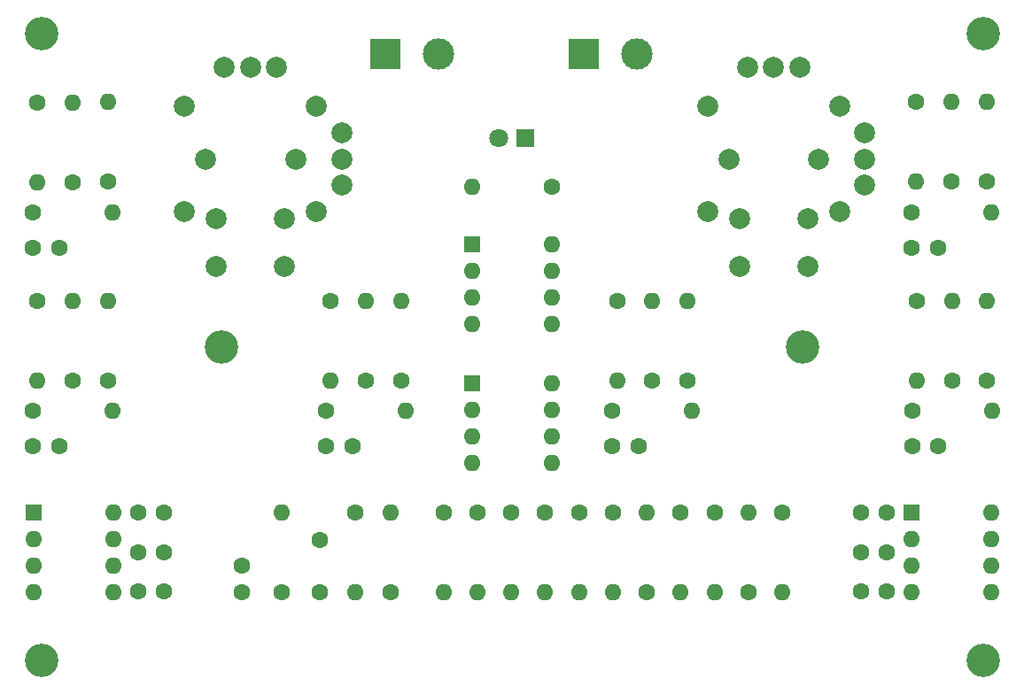
<source format=gbs>
%TF.GenerationSoftware,KiCad,Pcbnew,8.0.7*%
%TF.CreationDate,2024-12-30T22:27:32+09:00*%
%TF.ProjectId,sound_remocon,736f756e-645f-4726-956d-6f636f6e2e6b,rev?*%
%TF.SameCoordinates,Original*%
%TF.FileFunction,Soldermask,Bot*%
%TF.FilePolarity,Negative*%
%FSLAX46Y46*%
G04 Gerber Fmt 4.6, Leading zero omitted, Abs format (unit mm)*
G04 Created by KiCad (PCBNEW 8.0.7) date 2024-12-30 22:27:32*
%MOMM*%
%LPD*%
G01*
G04 APERTURE LIST*
%ADD10C,1.600000*%
%ADD11O,1.600000X1.600000*%
%ADD12C,3.200000*%
%ADD13R,1.600000X1.600000*%
%ADD14C,2.000000*%
%ADD15R,3.000000X3.000000*%
%ADD16C,3.000000*%
%ADD17R,1.800000X1.800000*%
%ADD18C,1.800000*%
G04 APERTURE END LIST*
D10*
%TO.C,Rlx2*%
X28000000Y-39210000D03*
D11*
X28000000Y-31590000D03*
%TD*%
D10*
%TO.C,Crs1*%
X79590000Y-64470000D03*
X82090000Y-64470000D03*
%TD*%
%TO.C,Rled1*%
X73800000Y-39700000D03*
D11*
X66180000Y-39700000D03*
%TD*%
D10*
%TO.C,Rrx3*%
X115360000Y-39200000D03*
D11*
X115360000Y-31580000D03*
%TD*%
D10*
%TO.C,Rout2*%
X55000000Y-70800000D03*
D11*
X55000000Y-78420000D03*
%TD*%
D10*
%TO.C,Rry3*%
X115400000Y-58210000D03*
D11*
X115400000Y-50590000D03*
%TD*%
D10*
%TO.C,Rna2*%
X95840000Y-70800000D03*
D11*
X95840000Y-78420000D03*
%TD*%
D10*
%TO.C,C1*%
X105820000Y-70800000D03*
X103320000Y-70800000D03*
%TD*%
%TO.C,Rrs3*%
X86760000Y-58200000D03*
D11*
X86760000Y-50580000D03*
%TD*%
D10*
%TO.C,Rly2*%
X28000000Y-58200000D03*
D11*
X28000000Y-50580000D03*
%TD*%
D10*
%TO.C,Rrx1*%
X108640000Y-31580000D03*
D11*
X108640000Y-39200000D03*
%TD*%
D10*
%TO.C,Cry1*%
X108230000Y-64480000D03*
X110730000Y-64480000D03*
%TD*%
%TO.C,Rrs2*%
X83400000Y-58200000D03*
D11*
X83400000Y-50580000D03*
%TD*%
D12*
%TO.C,REF\u002A\u002A*%
X115000000Y-25000000D03*
%TD*%
D10*
%TO.C,Cls1*%
X52230000Y-64470000D03*
X54730000Y-64470000D03*
%TD*%
%TO.C,Rrs4*%
X79590000Y-61090000D03*
D11*
X87210000Y-61090000D03*
%TD*%
D10*
%TO.C,C4*%
X34240000Y-70800000D03*
X36740000Y-70800000D03*
%TD*%
%TO.C,C2*%
X105820000Y-74600000D03*
X103320000Y-74600000D03*
%TD*%
%TO.C,Rly1*%
X24640000Y-50580000D03*
D11*
X24640000Y-58200000D03*
%TD*%
D13*
%TO.C,U3*%
X66200000Y-45200000D03*
D11*
X66200000Y-47740000D03*
X66200000Y-50280000D03*
X66200000Y-52820000D03*
X73820000Y-52820000D03*
X73820000Y-50280000D03*
X73820000Y-47740000D03*
X73820000Y-45200000D03*
%TD*%
D10*
%TO.C,Rry1*%
X108680000Y-50590000D03*
D11*
X108680000Y-58210000D03*
%TD*%
D13*
%TO.C,U4*%
X66200000Y-58500000D03*
D11*
X66200000Y-61040000D03*
X66200000Y-63580000D03*
X66200000Y-66120000D03*
X73820000Y-66120000D03*
X73820000Y-63580000D03*
X73820000Y-61040000D03*
X73820000Y-58500000D03*
%TD*%
D10*
%TO.C,C3*%
X105820000Y-78400000D03*
X103320000Y-78400000D03*
%TD*%
D13*
%TO.C,U1*%
X108200000Y-70800000D03*
D11*
X108200000Y-73340000D03*
X108200000Y-75880000D03*
X108200000Y-78420000D03*
X115820000Y-78420000D03*
X115820000Y-75880000D03*
X115820000Y-73340000D03*
X115820000Y-70800000D03*
%TD*%
D10*
%TO.C,Rlpf1*%
X48000000Y-78420000D03*
D11*
X48000000Y-70800000D03*
%TD*%
D12*
%TO.C,REF\u002A\u002A*%
X42200000Y-55000000D03*
%TD*%
D10*
%TO.C,Cly1*%
X24190000Y-64470000D03*
X26690000Y-64470000D03*
%TD*%
%TO.C,Rmx1*%
X82880000Y-78420000D03*
D11*
X82880000Y-70800000D03*
%TD*%
D10*
%TO.C,Rrs1*%
X80040000Y-50580000D03*
D11*
X80040000Y-58200000D03*
%TD*%
D12*
%TO.C,REF\u002A\u002A*%
X25000000Y-25000000D03*
%TD*%
D10*
%TO.C,Clpf1*%
X44200000Y-75920000D03*
X44200000Y-78420000D03*
%TD*%
D12*
%TO.C,REF\u002A\u002A*%
X97800000Y-55000000D03*
%TD*%
D10*
%TO.C,Clx1*%
X24190000Y-45470000D03*
X26690000Y-45470000D03*
%TD*%
%TO.C,C6*%
X34240000Y-78400000D03*
X36740000Y-78400000D03*
%TD*%
%TO.C,Rls2*%
X56040000Y-58200000D03*
D11*
X56040000Y-50580000D03*
%TD*%
D10*
%TO.C,Rlx4*%
X24190000Y-42090000D03*
D11*
X31810000Y-42090000D03*
%TD*%
D10*
%TO.C,Rls4*%
X52230000Y-61090000D03*
D11*
X59850000Y-61090000D03*
%TD*%
D10*
%TO.C,R5*%
X66680000Y-70800000D03*
D11*
X66680000Y-78420000D03*
%TD*%
D14*
%TO.C,JoyStick Left*%
X40700000Y-37000000D03*
X49300000Y-37000000D03*
X47500000Y-28270000D03*
X45000000Y-28270000D03*
X42500000Y-28270000D03*
X53730000Y-39500000D03*
X53730000Y-37000000D03*
X53730000Y-34500000D03*
X41750000Y-42750000D03*
X41750000Y-47250000D03*
X48250000Y-42750000D03*
X48250000Y-47250000D03*
X38675000Y-32000000D03*
X38675000Y-42000000D03*
X51325000Y-32000000D03*
X51325000Y-42000000D03*
%TD*%
D10*
%TO.C,Rna1*%
X92600000Y-78420000D03*
D11*
X92600000Y-70800000D03*
%TD*%
D15*
%TO.C,J2*%
X76860000Y-27000000D03*
D16*
X81940000Y-27000000D03*
%TD*%
D10*
%TO.C,R1*%
X79640000Y-70800000D03*
D11*
X79640000Y-78420000D03*
%TD*%
D10*
%TO.C,Rrx4*%
X108190000Y-42090000D03*
D11*
X115810000Y-42090000D03*
%TD*%
D10*
%TO.C,Rout1*%
X58400000Y-78420000D03*
D11*
X58400000Y-70800000D03*
%TD*%
D10*
%TO.C,R3*%
X73160000Y-70800000D03*
D11*
X73160000Y-78420000D03*
%TD*%
D10*
%TO.C,Rly3*%
X31360000Y-58200000D03*
D11*
X31360000Y-50580000D03*
%TD*%
D10*
%TO.C,R6*%
X63440000Y-70800000D03*
D11*
X63440000Y-78420000D03*
%TD*%
D10*
%TO.C,Rry4*%
X108230000Y-61100000D03*
D11*
X115850000Y-61100000D03*
%TD*%
D10*
%TO.C,Rmx3*%
X89360000Y-70800000D03*
D11*
X89360000Y-78420000D03*
%TD*%
D13*
%TO.C,U2*%
X24240000Y-70800000D03*
D11*
X24240000Y-73340000D03*
X24240000Y-75880000D03*
X24240000Y-78420000D03*
X31860000Y-78420000D03*
X31860000Y-75880000D03*
X31860000Y-73340000D03*
X31860000Y-70800000D03*
%TD*%
D15*
%TO.C,J1*%
X57860000Y-27000000D03*
D16*
X62940000Y-27000000D03*
%TD*%
D12*
%TO.C,REF\u002A\u002A*%
X25000000Y-85000000D03*
%TD*%
D10*
%TO.C,Rrx2*%
X112000000Y-39200000D03*
D11*
X112000000Y-31580000D03*
%TD*%
D10*
%TO.C,Crx1*%
X108190000Y-45470000D03*
X110690000Y-45470000D03*
%TD*%
%TO.C,Rlx3*%
X31360000Y-39200000D03*
D11*
X31360000Y-31580000D03*
%TD*%
D14*
%TO.C,JoyStick Right*%
X90700000Y-37000000D03*
X99300000Y-37000000D03*
X97500000Y-28270000D03*
X95000000Y-28270000D03*
X92500000Y-28270000D03*
X103730000Y-39500000D03*
X103730000Y-37000000D03*
X103730000Y-34500000D03*
X91750000Y-42750000D03*
X91750000Y-47250000D03*
X98250000Y-42750000D03*
X98250000Y-47250000D03*
X88675000Y-32000000D03*
X88675000Y-42000000D03*
X101325000Y-32000000D03*
X101325000Y-42000000D03*
%TD*%
D10*
%TO.C,C5*%
X34240000Y-74600000D03*
X36740000Y-74600000D03*
%TD*%
D12*
%TO.C,REF\u002A\u002A*%
X115000000Y-85000000D03*
%TD*%
D10*
%TO.C,Rmx2*%
X86120000Y-70800000D03*
D11*
X86120000Y-78420000D03*
%TD*%
D17*
%TO.C,LED1*%
X71270000Y-35000000D03*
D18*
X68730000Y-35000000D03*
%TD*%
D10*
%TO.C,R2*%
X76400000Y-70800000D03*
D11*
X76400000Y-78420000D03*
%TD*%
D10*
%TO.C,Rly4*%
X24190000Y-61090000D03*
D11*
X31810000Y-61090000D03*
%TD*%
D10*
%TO.C,Rlx1*%
X24640000Y-31590000D03*
D11*
X24640000Y-39210000D03*
%TD*%
D10*
%TO.C,Rls3*%
X59400000Y-58200000D03*
D11*
X59400000Y-50580000D03*
%TD*%
D10*
%TO.C,R4*%
X69920000Y-70800000D03*
D11*
X69920000Y-78420000D03*
%TD*%
D10*
%TO.C,Cout1*%
X51600000Y-73420000D03*
X51600000Y-78420000D03*
%TD*%
%TO.C,Rls1*%
X52680000Y-50580000D03*
D11*
X52680000Y-58200000D03*
%TD*%
D10*
%TO.C,Rry2*%
X112040000Y-58210000D03*
D11*
X112040000Y-50590000D03*
%TD*%
M02*

</source>
